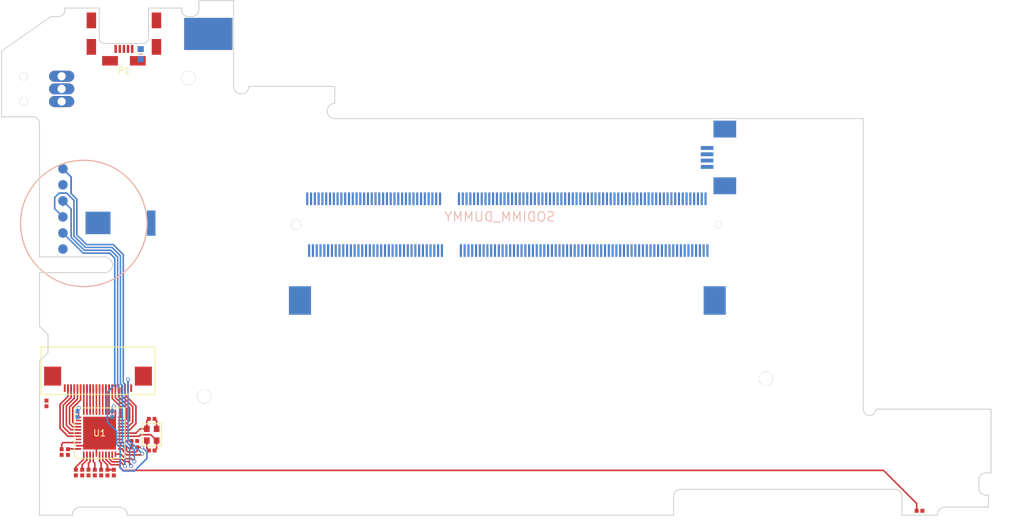
<source format=kicad_pcb>
(kicad_pcb (version 4) (host pcbnew 4.0.1-3.201512221402+6198~38~ubuntu14.04.1-stable)
  (layers (0 F.Cu signal) (31 B.Cu signal) (34 B.Paste user) (35 F.Paste user) (36 B.SilkS user) (37 F.SilkS user) (38 B.Mask user) (39 F.Mask user) (44 Edge.Cuts user))
  (net 0 "")
  (net 1 +5V)
  (net 2 GND)
  (net 3 "Net-(C8-Pad1)")
  (net 4 "Net-(C9-Pad1)")
  (net 5 "/Keyboard Controller/VARef")
  (net 6 "/Keyboard Controller/VUCap")
  (net 7 +5VD)
  (net 8 "/Keyboard Controller/MISO")
  (net 9 "/Keyboard Controller/SCK")
  (net 10 "/Keyboard Controller/MOSI")
  (net 11 "/Keyboard Controller/RESET")
  (net 12 "/Keyboard Controller/COL_9")
  (net 13 "/Keyboard Controller/COL_12")
  (net 14 "/Keyboard Controller/COL_11")
  (net 15 "/Keyboard Controller/COL_10")
  (net 16 "/Keyboard Controller/COL_8")
  (net 17 "/Keyboard Controller/COL_7")
  (net 18 "/Keyboard Controller/COL_3")
  (net 19 "/Keyboard Controller/COL_4")
  (net 20 "/Keyboard Controller/COL_5")
  (net 21 "/Keyboard Controller/COL_6")
  (net 22 "/Keyboard Controller/COL_2")
  (net 23 "/Keyboard Controller/ROW_03")
  (net 24 "/Keyboard Controller/ROW_04")
  (net 25 "/Keyboard Controller/ROW_05")
  (net 26 "/Keyboard Controller/COL_1")
  (net 27 "/Keyboard Controller/ROW_02")
  (net 28 "/Keyboard Controller/ROW_06")
  (net 29 "/Keyboard Controller/ROW_07")
  (net 30 "/Keyboard Controller/ROW_08")
  (net 31 "/Keyboard Controller/ROW_01")
  (net 32 "Net-(R1-Pad2)")
  (net 33 "Net-(R2-Pad1)")
  (net 34 "/Keyboard Controller/D_N")
  (net 35 "/Keyboard Controller/D_P")
  (net 36 "/Keyboard Controller/LED2")
  (net 37 "/Keyboard Controller/LED1")
  (net 38 "/Keyboard Controller/LED3")
  (module Outlines:PSION-5MX-ORIGINAL-OUTLINE (layer F.Cu) (at 83 139)
    (fp_text reference PCB1 hide)
    (fp_text value PCB_OUTLINE hide)
  )
  (module SMD-QFN:VQFN-44_ATMEL (layer F.Cu) (at 98.5 126)
    (fp_text reference U1 (at 0 0) (layer F.SilkS))
    (fp_text value ATMEGA32U4-QFN44)
    (pad 1 smd rect (at -2.5 3.325) (size 0.25 0.85) (layers F.Cu F.Paste F.Mask) (net 36 "/Keyboard Controller/LED2"))
    (pad 2 smd rect (at -2 3.325) (size 0.25 0.85) (layers F.Cu F.Paste F.Mask) (net 1 +5V))
    (pad 3 smd rect (at -1.5 3.325) (size 0.25 0.85) (layers F.Cu F.Paste F.Mask) (net 32 "Net-(R1-Pad2)"))
    (pad 4 smd rect (at -1 3.325) (size 0.25 0.85) (layers F.Cu F.Paste F.Mask) (net 33 "Net-(R2-Pad1)"))
    (pad 5 smd rect (at -0.5 3.325) (size 0.25 0.85) (layers F.Cu F.Paste F.Mask) (net 2 GND))
    (pad 6 smd rect (at 0 3.325) (size 0.25 0.85) (layers F.Cu F.Paste F.Mask) (net 6 "/Keyboard Controller/VUCap"))
    (pad 7 smd rect (at 0.5 3.325) (size 0.25 0.85) (layers F.Cu F.Paste F.Mask) (net 1 +5V))
    (pad 8 smd rect (at 1 3.325) (size 0.25 0.85) (layers F.Cu F.Paste F.Mask) (net 37 "/Keyboard Controller/LED1"))
    (pad 9 smd rect (at 1.5 3.325) (size 0.25 0.85) (layers F.Cu F.Paste F.Mask) (net 9 "/Keyboard Controller/SCK"))
    (pad 10 smd rect (at 2 3.325) (size 0.25 0.85) (layers F.Cu F.Paste F.Mask) (net 10 "/Keyboard Controller/MOSI"))
    (pad 11 smd rect (at 2.5 3.325) (size 0.25 0.85) (layers F.Cu F.Paste F.Mask) (net 8 "/Keyboard Controller/MISO"))
    (pad 12 smd rect (at 3.325 2.5 90) (size 0.25 0.85) (layers F.Cu F.Paste F.Mask) (net 12 "/Keyboard Controller/COL_9"))
    (pad 13 smd rect (at 3.325 2 90) (size 0.25 0.85) (layers F.Cu F.Paste F.Mask) (net 11 "/Keyboard Controller/RESET"))
    (pad 14 smd rect (at 3.325 1.5 90) (size 0.25 0.85) (layers F.Cu F.Paste F.Mask) (net 1 +5V))
    (pad 15 smd rect (at 3.325 1 90) (size 0.25 0.85) (layers F.Cu F.Paste F.Mask) (net 2 GND))
    (pad 16 smd rect (at 3.325 0.5 90) (size 0.25 0.85) (layers F.Cu F.Paste F.Mask) (net 3 "Net-(C8-Pad1)"))
    (pad 17 smd rect (at 3.325 0 90) (size 0.25 0.85) (layers F.Cu F.Paste F.Mask) (net 4 "Net-(C9-Pad1)"))
    (pad 18 smd rect (at 3.325 -0.5 90) (size 0.25 0.85) (layers F.Cu F.Paste F.Mask) (net 13 "/Keyboard Controller/COL_12"))
    (pad 19 smd rect (at 3.325 -1 90) (size 0.25 0.85) (layers F.Cu F.Paste F.Mask) (net 14 "/Keyboard Controller/COL_11"))
    (pad 20 smd rect (at 3.325 -1.5 90) (size 0.25 0.85) (layers F.Cu F.Paste F.Mask) (net 15 "/Keyboard Controller/COL_10"))
    (pad 21 smd rect (at 3.325 -2 90) (size 0.25 0.85) (layers F.Cu F.Paste F.Mask) (net 16 "/Keyboard Controller/COL_8"))
    (pad 22 smd rect (at 3.325 -2.5 90) (size 0.25 0.85) (layers F.Cu F.Paste F.Mask) (net 17 "/Keyboard Controller/COL_7"))
    (pad 23 smd rect (at 2.5 -3.325 180) (size 0.25 0.85) (layers F.Cu F.Paste F.Mask) (net 2 GND))
    (pad 24 smd rect (at 2 -3.325 180) (size 0.25 0.85) (layers F.Cu F.Paste F.Mask) (net 1 +5V))
    (pad 25 smd rect (at 1.5 -3.325 180) (size 0.25 0.85) (layers F.Cu F.Paste F.Mask) (net 18 "/Keyboard Controller/COL_3"))
    (pad 26 smd rect (at 1 -3.325 180) (size 0.25 0.85) (layers F.Cu F.Paste F.Mask) (net 19 "/Keyboard Controller/COL_4"))
    (pad 27 smd rect (at 0.5 -3.325 180) (size 0.25 0.85) (layers F.Cu F.Paste F.Mask) (net 20 "/Keyboard Controller/COL_5"))
    (pad 28 smd rect (at 0 -3.325 180) (size 0.25 0.85) (layers F.Cu F.Paste F.Mask) (net 21 "/Keyboard Controller/COL_6"))
    (pad 29 smd rect (at -0.5 -3.325 180) (size 0.25 0.85) (layers F.Cu F.Paste F.Mask) (net 22 "/Keyboard Controller/COL_2"))
    (pad 30 smd rect (at -1 -3.325 180) (size 0.25 0.85) (layers F.Cu F.Paste F.Mask) (net 23 "/Keyboard Controller/ROW_03"))
    (pad 31 smd rect (at -1.5 -3.325 180) (size 0.25 0.85) (layers F.Cu F.Paste F.Mask) (net 24 "/Keyboard Controller/ROW_04"))
    (pad 32 smd rect (at -2 -3.325 180) (size 0.25 0.85) (layers F.Cu F.Paste F.Mask) (net 25 "/Keyboard Controller/ROW_05"))
    (pad 33 smd rect (at -2.5 -3.325 180) (size 0.25 0.85) (layers F.Cu F.Paste F.Mask) (net 26 "/Keyboard Controller/COL_1"))
    (pad 34 smd rect (at -3.325 -2.5 270) (size 0.25 0.85) (layers F.Cu F.Paste F.Mask) (net 1 +5V))
    (pad 35 smd rect (at -3.325 -2 270) (size 0.25 0.85) (layers F.Cu F.Paste F.Mask) (net 2 GND))
    (pad 36 smd rect (at -3.325 -1.5 270) (size 0.25 0.85) (layers F.Cu F.Paste F.Mask) (net 27 "/Keyboard Controller/ROW_02"))
    (pad 37 smd rect (at -3.325 -1 270) (size 0.25 0.85) (layers F.Cu F.Paste F.Mask) (net 28 "/Keyboard Controller/ROW_06"))
    (pad 38 smd rect (at -3.325 -0.5 270) (size 0.25 0.85) (layers F.Cu F.Paste F.Mask) (net 29 "/Keyboard Controller/ROW_07"))
    (pad 39 smd rect (at -3.325 0 270) (size 0.25 0.85) (layers F.Cu F.Paste F.Mask) (net 30 "/Keyboard Controller/ROW_08"))
    (pad 40 smd rect (at -3.325 0.5 270) (size 0.25 0.85) (layers F.Cu F.Paste F.Mask) (net 31 "/Keyboard Controller/ROW_01"))
    (pad 41 smd rect (at -3.325 1 270) (size 0.25 0.85) (layers F.Cu F.Paste F.Mask) (net 38 "/Keyboard Controller/LED3"))
    (pad 42 smd rect (at -3.325 1.5 270) (size 0.25 0.85) (layers F.Cu F.Paste F.Mask) (net 5 "/Keyboard Controller/VARef"))
    (pad 43 smd rect (at -3.325 2 270) (size 0.25 0.85) (layers F.Cu F.Paste F.Mask) (net 2 GND))
    (pad 44 smd rect (at -3.325 2.5 270) (size 0.25 0.85) (layers F.Cu F.Paste F.Mask) (net 1 +5V))
    (pad 45 smd rect (at 0 0) (size 5.2 5.2) (layers F.Cu F.Paste F.Mask) (net 2 GND))
  )
  (module SMD-Connectors:FPC_0mm5_22p-WURTH-68712214522 (layer F.Cu) (at 98.25 118.875 180)
    (fp_text reference KB1 hide)
    (fp_text value KEYBOARD-PSION-5MX)
    (pad "" smd rect (at 7.18 1.9 270) (size 3 2.7) (layers F.Cu F.Paste F.Mask))
    (pad 1 smd rect (at -5.25 0 180) (size 0.3 1.2) (layers F.Cu F.Paste F.Mask))
    (pad 2 smd rect (at -4.75 0 180) (size 0.3 1.2) (layers F.Cu F.Paste F.Mask) (net 12 "/Keyboard Controller/COL_9"))
    (pad 3 smd rect (at -4.25 0 180) (size 0.3 1.2) (layers F.Cu F.Paste F.Mask) (net 13 "/Keyboard Controller/COL_12"))
    (pad 4 smd rect (at -3.75 0 180) (size 0.3 1.2) (layers F.Cu F.Paste F.Mask) (net 14 "/Keyboard Controller/COL_11"))
    (pad 5 smd rect (at -3.25 0 180) (size 0.3 1.2) (layers F.Cu F.Paste F.Mask) (net 15 "/Keyboard Controller/COL_10"))
    (pad 6 smd rect (at -2.75 0 180) (size 0.3 1.2) (layers F.Cu F.Paste F.Mask) (net 16 "/Keyboard Controller/COL_8"))
    (pad 7 smd rect (at -2.25 0 180) (size 0.3 1.2) (layers F.Cu F.Paste F.Mask) (net 17 "/Keyboard Controller/COL_7"))
    (pad 8 smd rect (at -1.75 0 180) (size 0.3 1.2) (layers F.Cu F.Paste F.Mask) (net 18 "/Keyboard Controller/COL_3"))
    (pad 9 smd rect (at -1.25 0 180) (size 0.3 1.2) (layers F.Cu F.Paste F.Mask) (net 19 "/Keyboard Controller/COL_4"))
    (pad 10 smd rect (at -0.75 0 180) (size 0.3 1.2) (layers F.Cu F.Paste F.Mask) (net 20 "/Keyboard Controller/COL_5"))
    (pad 11 smd rect (at -0.25 0 180) (size 0.3 1.2) (layers F.Cu F.Paste F.Mask) (net 21 "/Keyboard Controller/COL_6"))
    (pad 12 smd rect (at 0.25 0 180) (size 0.3 1.2) (layers F.Cu F.Paste F.Mask) (net 22 "/Keyboard Controller/COL_2"))
    (pad 13 smd rect (at 0.75 0 180) (size 0.3 1.2) (layers F.Cu F.Paste F.Mask) (net 23 "/Keyboard Controller/ROW_03"))
    (pad 14 smd rect (at 1.25 0 180) (size 0.3 1.2) (layers F.Cu F.Paste F.Mask) (net 24 "/Keyboard Controller/ROW_04"))
    (pad 15 smd rect (at 1.75 0 180) (size 0.3 1.2) (layers F.Cu F.Paste F.Mask) (net 25 "/Keyboard Controller/ROW_05"))
    (pad 16 smd rect (at 2.25 0 180) (size 0.3 1.2) (layers F.Cu F.Paste F.Mask) (net 26 "/Keyboard Controller/COL_1"))
    (pad 17 smd rect (at 2.75 0 180) (size 0.3 1.2) (layers F.Cu F.Paste F.Mask) (net 27 "/Keyboard Controller/ROW_02"))
    (pad 18 smd rect (at 3.25 0 180) (size 0.3 1.2) (layers F.Cu F.Paste F.Mask) (net 28 "/Keyboard Controller/ROW_06"))
    (pad 19 smd rect (at 3.75 0 180) (size 0.3 1.2) (layers F.Cu F.Paste F.Mask) (net 29 "/Keyboard Controller/ROW_07"))
    (pad 20 smd rect (at 4.25 0 180) (size 0.3 1.2) (layers F.Cu F.Paste F.Mask) (net 30 "/Keyboard Controller/ROW_08"))
    (pad 21 smd rect (at 4.75 0 180) (size 0.3 1.2) (layers F.Cu F.Paste F.Mask) (net 31 "/Keyboard Controller/ROW_01"))
    (pad 22 smd rect (at 5.25 0 180) (size 0.3 1.2) (layers F.Cu F.Paste F.Mask))
    (pad "" smd rect (at -7.18 1.9 270) (size 3 2.7) (layers F.Cu F.Paste F.Mask))
  )
  (module SMD-Connectors:ISP-PADS_1x6_2mm54 (layer B.Cu) (at 92.7 90.5 270)
    (fp_text reference ISP1 hide)
    (fp_text value ATMEL_ISP-6P)
    (pad 1 smd circle (at -6.35 0 270) (size 1.524 1.524) (layers B.Cu B.Mask) (net 8 "/Keyboard Controller/MISO"))
    (pad 2 smd circle (at -3.81 0 270) (size 1.524 1.524) (layers B.Cu B.Mask) (net 1 +5V))
    (pad 3 smd circle (at -1.27 0 270) (size 1.524 1.524) (layers B.Cu B.Mask) (net 9 "/Keyboard Controller/SCK"))
    (pad 4 smd circle (at 1.27 0 270) (size 1.524 1.524) (layers B.Cu B.Mask) (net 10 "/Keyboard Controller/MOSI"))
    (pad 5 smd circle (at 3.81 0 270) (size 1.524 1.524) (layers B.Cu B.Mask) (net 11 "/Keyboard Controller/RESET"))
    (pad 6 smd circle (at 6.35 0 270) (size 1.524 1.524) (layers B.Cu B.Mask) (net 2 GND))
  )
  (module Holes:HOLE-2mm2-NPTH (layer F.Cu) (at 203.9 117.4)
    (fp_text reference HOLE1 hide)
    (fp_text value MOUNTHOLE hide)
    (pad "" thru_hole circle (at 0 0) (size 2.2 2.2) (drill 2.2) (layers *.Cu *.Mask Dwgs.User))
  )
  (module Holes:HOLE-2mm2-NPTH (layer F.Cu) (at 115.05 120.2)
    (fp_text reference HOLE2 hide)
    (fp_text value MOUNTHOLE hide)
    (pad "" thru_hole circle (at 0 0) (size 2.2 2.2) (drill 2.2) (layers *.Cu *.Mask Dwgs.User))
  )
  (module Holes:HOLE-2mm2-NPTH (layer F.Cu) (at 112.55 69.75)
    (fp_text reference HOLE3 hide)
    (fp_text value MOUNTHOLE hide)
    (pad "" thru_hole circle (at 0 0) (size 2.2 2.2) (drill 2.2) (layers *.Cu *.Mask Dwgs.User))
  )
  (module SMD-DiscreteB:C-0402-1005 (layer F.Cu) (at 100.75 132.25 270)
    (fp_text reference C1 hide)
    (fp_text value 1µ)
    (pad 1 smd rect (at -0.45 0 270) (size 0.62 0.62) (layers F.Cu F.Paste F.Mask) (net 1 +5V))
    (pad 2 smd rect (at 0.45 0 270) (size 0.62 0.62) (layers F.Cu F.Paste F.Mask) (net 2 GND))
  )
  (module SMD-DiscreteB:C-0402-1005 (layer B.Cu) (at 100.5 123 270)
    (fp_text reference C2 hide)
    (fp_text value 100n)
    (pad 1 smd rect (at -0.45 0 270) (size 0.62 0.62) (layers B.Cu B.Paste B.Mask) (net 1 +5V))
    (pad 2 smd rect (at 0.45 0 270) (size 0.62 0.62) (layers B.Cu B.Paste B.Mask) (net 2 GND))
  )
  (module SMD-DiscreteB:C-0402-1005 (layer F.Cu) (at 104 127.25)
    (fp_text reference C3 hide)
    (fp_text value 100n)
    (pad 1 smd rect (at -0.45 0) (size 0.62 0.62) (layers F.Cu F.Paste F.Mask) (net 1 +5V))
    (pad 2 smd rect (at 0.45 0) (size 0.62 0.62) (layers F.Cu F.Paste F.Mask) (net 2 GND))
  )
  (module SMD-DiscreteB:C-0402-1005 (layer F.Cu) (at 99.75 132.25 270)
    (fp_text reference C4 hide)
    (fp_text value 100n)
    (pad 1 smd rect (at -0.45 0 270) (size 0.62 0.62) (layers F.Cu F.Paste F.Mask) (net 1 +5V))
    (pad 2 smd rect (at 0.45 0 270) (size 0.62 0.62) (layers F.Cu F.Paste F.Mask) (net 2 GND))
  )
  (module SMD-DiscreteB:C-0402-1005 (layer F.Cu) (at 95.75 132.25 270)
    (fp_text reference C5 hide)
    (fp_text value 100n)
    (pad 1 smd rect (at -0.45 0 270) (size 0.62 0.62) (layers F.Cu F.Paste F.Mask) (net 1 +5V))
    (pad 2 smd rect (at 0.45 0 270) (size 0.62 0.62) (layers F.Cu F.Paste F.Mask) (net 2 GND))
  )
  (module SMD-DiscreteB:C-0402-1005 (layer F.Cu) (at 93.5 129 270)
    (fp_text reference C6 hide)
    (fp_text value 100n)
    (pad 1 smd rect (at -0.45 0 270) (size 0.62 0.62) (layers F.Cu F.Paste F.Mask) (net 1 +5V))
    (pad 2 smd rect (at 0.45 0 270) (size 0.62 0.62) (layers F.Cu F.Paste F.Mask) (net 2 GND))
  )
  (module SMD-DiscreteB:C-0402-1005 (layer B.Cu) (at 95 123 270)
    (fp_text reference C7 hide)
    (fp_text value 100n)
    (pad 1 smd rect (at -0.45 0 270) (size 0.62 0.62) (layers B.Cu B.Paste B.Mask) (net 1 +5V))
    (pad 2 smd rect (at 0.45 0 270) (size 0.62 0.62) (layers B.Cu B.Paste B.Mask) (net 2 GND))
  )
  (module SMD-DiscreteB:C-0402-1005 (layer F.Cu) (at 106.75 128.75 180)
    (fp_text reference C8 hide)
    (fp_text value 10p)
    (pad 1 smd rect (at -0.45 0 180) (size 0.62 0.62) (layers F.Cu F.Paste F.Mask) (net 3 "Net-(C8-Pad1)"))
    (pad 2 smd rect (at 0.45 0 180) (size 0.62 0.62) (layers F.Cu F.Paste F.Mask) (net 2 GND))
  )
  (module SMD-DiscreteB:C-0402-1005 (layer F.Cu) (at 106.75 123.75)
    (fp_text reference C9 hide)
    (fp_text value 10p)
    (pad 1 smd rect (at -0.45 0) (size 0.62 0.62) (layers F.Cu F.Paste F.Mask) (net 4 "Net-(C9-Pad1)"))
    (pad 2 smd rect (at 0.45 0) (size 0.62 0.62) (layers F.Cu F.Paste F.Mask) (net 2 GND))
  )
  (module SMD-DiscreteB:C-0402-1005 (layer F.Cu) (at 92.5 129 270)
    (fp_text reference C10 hide)
    (fp_text value 100n)
    (pad 1 smd rect (at -0.45 0 270) (size 0.62 0.62) (layers F.Cu F.Paste F.Mask) (net 5 "/Keyboard Controller/VARef"))
    (pad 2 smd rect (at 0.45 0 270) (size 0.62 0.62) (layers F.Cu F.Paste F.Mask) (net 2 GND))
  )
  (module SMD-DiscreteB:C-0402-1005 (layer F.Cu) (at 98.75 132.25 270)
    (fp_text reference C11 hide)
    (fp_text value 1µ)
    (pad 1 smd rect (at -0.45 0 270) (size 0.62 0.62) (layers F.Cu F.Paste F.Mask) (net 6 "/Keyboard Controller/VUCap"))
    (pad 2 smd rect (at 0.45 0 270) (size 0.62 0.62) (layers F.Cu F.Paste F.Mask) (net 2 GND))
  )
  (module SMD-DiscreteB:0603-1608 (layer B.Cu) (at 105 66 270)
    (fp_text reference F1 hide)
    (fp_text value 500mA)
    (pad 1 smd rect (at -0.8 0 270) (size 0.95 1) (layers B.Cu B.Paste B.Mask) (net 7 +5VD))
    (pad 2 smd rect (at 0.8 0 270) (size 0.95 1) (layers B.Cu B.Paste B.Mask) (net 1 +5V))
  )
  (module SMD-DiscreteB:R-0402-1005 (layer F.Cu) (at 96.75 132.25 90)
    (fp_text reference R1 hide)
    (fp_text value 22)
    (pad 1 smd rect (at -0.45 0 90) (size 0.62 0.62) (layers F.Cu F.Paste F.Mask) (net 34 "/Keyboard Controller/D_N"))
    (pad 2 smd rect (at 0.45 0 90) (size 0.62 0.62) (layers F.Cu F.Paste F.Mask) (net 32 "Net-(R1-Pad2)"))
  )
  (module SMD-DiscreteB:R-0402-1005 (layer F.Cu) (at 97.75 132.25 270)
    (fp_text reference R2 hide)
    (fp_text value 22)
    (pad 1 smd rect (at -0.45 0 270) (size 0.62 0.62) (layers F.Cu F.Paste F.Mask) (net 33 "Net-(R2-Pad1)"))
    (pad 2 smd rect (at 0.45 0 270) (size 0.62 0.62) (layers F.Cu F.Paste F.Mask) (net 35 "/Keyboard Controller/D_P"))
  )
  (module SMD-DiscreteB:R-0402-1005 (layer F.Cu) (at 104 128.25)
    (fp_text reference R3 hide)
    (fp_text value 10k)
    (pad 1 smd rect (at -0.45 0) (size 0.62 0.62) (layers F.Cu F.Paste F.Mask) (net 1 +5V))
    (pad 2 smd rect (at 0.45 0) (size 0.62 0.62) (layers F.Cu F.Paste F.Mask) (net 11 "/Keyboard Controller/RESET"))
  )
  (module SMD-XTAL:2.5x2mm (layer F.Cu) (at 106.75 126.25 90)
    (fp_text reference X1 hide)
    (fp_text value ABM10-16.000MHZ-D30-T3 hide)
    (pad 1 smd rect (at -0.925 0.775 90) (size 1 0.9) (layers F.Cu F.Paste F.Mask) (net 3 "Net-(C8-Pad1)"))
    (pad 2 smd rect (at 0.925 0.775 90) (size 1 0.9) (layers F.Cu F.Paste F.Mask) (net 2 GND))
    (pad 3 smd rect (at 0.925 -0.775 90) (size 1 0.9) (layers F.Cu F.Paste F.Mask) (net 4 "Net-(C9-Pad1)"))
    (pad 4 smd rect (at -0.925 -0.775 90) (size 1 0.9) (layers F.Cu F.Paste F.Mask) (net 2 GND))
  )
  (module SMD-Connectors:USB-MICRO-MOLEX-47491-0001 (layer F.Cu) (at 102.35 58.7 180)
    (fp_text reference P1 (at 0 -9.9 180) (layer F.SilkS))
    (fp_text value USB)
    (pad "" smd rect (at 5.15 -1.95 90) (size 2.5 1.5) (layers F.Cu F.Paste F.Mask))
    (pad "" smd rect (at 5.15 -6.15 90) (size 2.5 1.5) (layers F.Cu F.Paste F.Mask))
    (pad 6 smd rect (at 2.2 -8.35 270) (size 1.5 2.5) (layers F.Cu F.Paste F.Mask) (net 2 GND))
    (pad "" smd rect (at -2.2 -8.35 270) (size 1.5 2.5) (layers F.Cu F.Paste F.Mask))
    (pad "" smd rect (at -5.15 -6.15 90) (size 2.5 1.5) (layers F.Cu F.Paste F.Mask))
    (pad 1 smd rect (at -1.3 -6.475 180) (size 0.4 1.25) (layers F.Cu F.Paste F.Mask) (net 7 +5VD))
    (pad 2 smd rect (at -0.65 -6.475 180) (size 0.4 1.25) (layers F.Cu F.Paste F.Mask) (net 34 "/Keyboard Controller/D_N"))
    (pad 3 smd rect (at 0 -6.475 180) (size 0.4 1.25) (layers F.Cu F.Paste F.Mask) (net 35 "/Keyboard Controller/D_P"))
    (pad 4 smd rect (at 0.65 -6.475 180) (size 0.4 1.25) (layers F.Cu F.Paste F.Mask))
    (pad 5 smd rect (at 1.3 -6.475 180) (size 0.4 1.25) (layers F.Cu F.Paste F.Mask) (net 2 GND))
    (pad "" smd rect (at -5.15 -1.95 90) (size 2.5 1.5) (layers F.Cu F.Paste F.Mask))
  )
  (module Connectors:DC-JACK_WURTH-694103304002 (layer B.Cu) (at 92.5 71.5)
    (fp_text reference CON1 hide)
    (fp_text value WURTH_694103304002)
    (pad "" thru_hole circle (at -6 -2) (size 1.3 1.3) (drill 1.3) (layers *.Cu *.Mask))
    (pad 1 thru_hole oval (at 0 0) (size 4 1.75) (drill 1.3) (layers *.Cu F.Mask))
    (pad 2 thru_hole oval (at 0 2) (size 4 1.75) (drill 1.3) (layers *.Cu F.Mask))
    (pad 3 thru_hole oval (at 0 -2) (size 4 1.75) (drill 1.3) (layers *.Cu F.Mask))
    (pad "" thru_hole circle (at -6 2) (size 1.3 1.3) (drill 1.3) (layers *.Cu *.Mask))
  )
  (module SMD-DiscreteB:LED-0402-1005 (layer F.Cu) (at 94.75 132.25 270)
    (fp_text reference D1 hide)
    (fp_text value LED)
    (pad 1 smd rect (at -0.45 0 270) (size 0.62 0.62) (layers F.Cu F.Paste F.Mask) (net 36 "/Keyboard Controller/LED2"))
    (pad 2 smd rect (at 0.45 0 270) (size 0.62 0.62) (layers F.Cu F.Paste F.Mask))
  )
  (module SMD-DiscreteB:LED-0402-1005 (layer F.Cu) (at 228.2 138.3)
    (fp_text reference D2 hide)
    (fp_text value LED)
    (pad 1 smd rect (at -0.45 0) (size 0.62 0.62) (layers F.Cu F.Paste F.Mask) (net 37 "/Keyboard Controller/LED1"))
    (pad 2 smd rect (at 0.45 0) (size 0.62 0.62) (layers F.Cu F.Paste F.Mask))
  )
  (module SMD-DiscreteB:LED-0402-1005 (layer F.Cu) (at 90.1 121.3 90)
    (fp_text reference D3 hide)
    (fp_text value LED)
    (pad 1 smd rect (at -0.45 0 90) (size 0.62 0.62) (layers F.Cu F.Paste F.Mask) (net 38 "/Keyboard Controller/LED3"))
    (pad 2 smd rect (at 0.45 0 90) (size 0.62 0.62) (layers F.Cu F.Paste F.Mask))
  )
  (module SMD-Connectors:COIN_CELL_POSITIVE-KEYSTONE_120 (layer B.Cu) (at 106 92.75 180)
    (fp_text reference P2 hide)
    (fp_text value KEYSTONE_120 hide)
    (pad 1 smd rect (at -0.675 0 180) (size 1.35 4) (layers B.Cu B.Paste B.Mask))
  )
  (module SMD-Connectors:COIN_CELL_NEGATIVE-KEYSTONE_112 (layer B.Cu) (at 98.25 94.5 90)
    (fp_text reference P3 hide)
    (fp_text value KEYSTONE_112 hide)
    (pad 1 smd rect (at 1.78 0 90) (size 3.56 3.96) (layers B.Cu B.Paste B.Mask) (net 2 GND))
  )
  (module SMD-Connectors:AAA_CELL_CONTACT-KEYSTONE_5230-DUAL (layer F.Cu) (at 115.7 62.8 180)
    (fp_text reference P4 hide)
    (fp_text value KEYSTONE_5230 hide)
    (pad 1 smd rect (at 0 0 180) (size 7.62 5.08) (layers F.Cu F.Paste F.Mask) (net 2 GND))
    (pad 1 smd rect (at 0 0 180) (size 7.62 5.08) (layers B.Cu B.Paste B.Mask) (net 2 GND))
  )
  (module SMD-Connectors:FPC_1mm_4p-TE-84953-4 (layer B.Cu) (at 194.6 82.35 270)
    (fp_text reference P5 hide)
    (fp_text value BATT_SPK hide)
    (pad "" smd rect (at 4.49 -2.8 270) (size 2.68 3.6) (layers B.Cu B.Paste B.Mask))
    (pad 1 smd rect (at -1.5 0 270) (size 0.61 2) (layers B.Cu B.Paste B.Mask))
    (pad 2 smd rect (at -0.5 0 270) (size 0.61 2) (layers B.Cu B.Paste B.Mask))
    (pad 3 smd rect (at 0.5 0 270) (size 0.61 2) (layers B.Cu B.Paste B.Mask))
    (pad 4 smd rect (at 1.5 0 270) (size 0.61 2) (layers B.Cu B.Paste B.Mask))
    (pad "" smd rect (at -4.49 -2.8 270) (size 2.68 3.6) (layers B.Cu B.Paste B.Mask))
  )
  (module SMD-Connectors:SO-DIMM_TE_2013022-1 (layer B.Cu) (at 163 93)
    (fp_text reference K1)
    (fp_text value SODIMM_DUMMY (at -1.2 -1.25) (layer B.SilkS) (effects (font (size 1.5 1.5)) (justify mirror)))
    (pad "" smd rect (at 32.8 12 270) (size 4.5 3.5) (layers B.Cu B.Paste B.Mask))
    (pad "" thru_hole circle (at 33.4 0) (size 1.1 1.1) (drill 1.1) (layers *.Cu))
    (pad 1 smd rect (at -31.65 -4.1) (size 0.35 2) (layers B.Cu B.Paste B.Mask))
    (pad 2 smd rect (at -31.35 4.1) (size 0.35 2) (layers B.Cu B.Paste B.Mask))
    (pad 3 smd rect (at -31.05 -4.1) (size 0.35 2) (layers B.Cu B.Paste B.Mask))
    (pad 4 smd rect (at -30.75 4.1) (size 0.35 2) (layers B.Cu B.Paste B.Mask))
    (pad 5 smd rect (at -30.45 -4.1) (size 0.35 2) (layers B.Cu B.Paste B.Mask))
    (pad 6 smd rect (at -30.15 4.1) (size 0.35 2) (layers B.Cu B.Paste B.Mask))
    (pad 7 smd rect (at -29.85 -4.1) (size 0.35 2) (layers B.Cu B.Paste B.Mask))
    (pad 8 smd rect (at -29.55 4.1) (size 0.35 2) (layers B.Cu B.Paste B.Mask))
    (pad 9 smd rect (at -29.25 -4.1) (size 0.35 2) (layers B.Cu B.Paste B.Mask))
    (pad 10 smd rect (at -28.95 4.1) (size 0.35 2) (layers B.Cu B.Paste B.Mask))
    (pad 11 smd rect (at -28.65 -4.1) (size 0.35 2) (layers B.Cu B.Paste B.Mask))
    (pad 12 smd rect (at -28.35 4.1) (size 0.35 2) (layers B.Cu B.Paste B.Mask))
    (pad 13 smd rect (at -28.05 -4.1) (size 0.35 2) (layers B.Cu B.Paste B.Mask))
    (pad 14 smd rect (at -27.75 4.1) (size 0.35 2) (layers B.Cu B.Paste B.Mask))
    (pad 15 smd rect (at -27.45 -4.1) (size 0.35 2) (layers B.Cu B.Paste B.Mask))
    (pad 16 smd rect (at -27.15 4.1) (size 0.35 2) (layers B.Cu B.Paste B.Mask))
    (pad 17 smd rect (at -26.85 -4.1) (size 0.35 2) (layers B.Cu B.Paste B.Mask))
    (pad 18 smd rect (at -26.55 4.1) (size 0.35 2) (layers B.Cu B.Paste B.Mask))
    (pad 19 smd rect (at -26.25 -4.1) (size 0.35 2) (layers B.Cu B.Paste B.Mask))
    (pad 20 smd rect (at -25.95 4.1) (size 0.35 2) (layers B.Cu B.Paste B.Mask))
    (pad 21 smd rect (at -25.65 -4.1) (size 0.35 2) (layers B.Cu B.Paste B.Mask))
    (pad 22 smd rect (at -25.35 4.1) (size 0.35 2) (layers B.Cu B.Paste B.Mask))
    (pad 23 smd rect (at -25.05 -4.1) (size 0.35 2) (layers B.Cu B.Paste B.Mask))
    (pad 24 smd rect (at -24.75 4.1) (size 0.35 2) (layers B.Cu B.Paste B.Mask))
    (pad 25 smd rect (at -24.45 -4.1) (size 0.35 2) (layers B.Cu B.Paste B.Mask))
    (pad 26 smd rect (at -24.15 4.1) (size 0.35 2) (layers B.Cu B.Paste B.Mask))
    (pad 27 smd rect (at -23.85 -4.1) (size 0.35 2) (layers B.Cu B.Paste B.Mask))
    (pad 28 smd rect (at -23.55 4.1) (size 0.35 2) (layers B.Cu B.Paste B.Mask))
    (pad 29 smd rect (at -23.25 -4.1) (size 0.35 2) (layers B.Cu B.Paste B.Mask))
    (pad 30 smd rect (at -22.95 4.1) (size 0.35 2) (layers B.Cu B.Paste B.Mask))
    (pad 31 smd rect (at -22.65 -4.1) (size 0.35 2) (layers B.Cu B.Paste B.Mask))
    (pad 32 smd rect (at -22.35 4.1) (size 0.35 2) (layers B.Cu B.Paste B.Mask))
    (pad 33 smd rect (at -22.05 -4.1) (size 0.35 2) (layers B.Cu B.Paste B.Mask))
    (pad 34 smd rect (at -21.75 4.1) (size 0.35 2) (layers B.Cu B.Paste B.Mask))
    (pad 35 smd rect (at -21.45 -4.1) (size 0.35 2) (layers B.Cu B.Paste B.Mask))
    (pad 36 smd rect (at -21.15 4.1) (size 0.35 2) (layers B.Cu B.Paste B.Mask))
    (pad 37 smd rect (at -20.85 -4.1) (size 0.35 2) (layers B.Cu B.Paste B.Mask))
    (pad 38 smd rect (at -20.55 4.1) (size 0.35 2) (layers B.Cu B.Paste B.Mask))
    (pad 39 smd rect (at -20.25 -4.1) (size 0.35 2) (layers B.Cu B.Paste B.Mask))
    (pad 40 smd rect (at -19.95 4.1) (size 0.35 2) (layers B.Cu B.Paste B.Mask))
    (pad 41 smd rect (at -19.65 -4.1) (size 0.35 2) (layers B.Cu B.Paste B.Mask))
    (pad 42 smd rect (at -19.35 4.1) (size 0.35 2) (layers B.Cu B.Paste B.Mask))
    (pad 43 smd rect (at -19.05 -4.1) (size 0.35 2) (layers B.Cu B.Paste B.Mask))
    (pad 44 smd rect (at -18.75 4.1) (size 0.35 2) (layers B.Cu B.Paste B.Mask))
    (pad 45 smd rect (at -18.45 -4.1) (size 0.35 2) (layers B.Cu B.Paste B.Mask))
    (pad 46 smd rect (at -18.15 4.1) (size 0.35 2) (layers B.Cu B.Paste B.Mask))
    (pad 47 smd rect (at -17.85 -4.1) (size 0.35 2) (layers B.Cu B.Paste B.Mask))
    (pad 48 smd rect (at -17.55 4.1) (size 0.35 2) (layers B.Cu B.Paste B.Mask))
    (pad 49 smd rect (at -17.25 -4.1) (size 0.35 2) (layers B.Cu B.Paste B.Mask))
    (pad 50 smd rect (at -16.95 4.1) (size 0.35 2) (layers B.Cu B.Paste B.Mask))
    (pad 51 smd rect (at -16.65 -4.1) (size 0.35 2) (layers B.Cu B.Paste B.Mask))
    (pad 52 smd rect (at -16.35 4.1) (size 0.35 2) (layers B.Cu B.Paste B.Mask))
    (pad 53 smd rect (at -16.05 -4.1) (size 0.35 2) (layers B.Cu B.Paste B.Mask))
    (pad 54 smd rect (at -15.75 4.1) (size 0.35 2) (layers B.Cu B.Paste B.Mask))
    (pad 55 smd rect (at -15.45 -4.1) (size 0.35 2) (layers B.Cu B.Paste B.Mask))
    (pad 56 smd rect (at -15.15 4.1) (size 0.35 2) (layers B.Cu B.Paste B.Mask))
    (pad 57 smd rect (at -14.85 -4.1) (size 0.35 2) (layers B.Cu B.Paste B.Mask))
    (pad 58 smd rect (at -14.55 4.1) (size 0.35 2) (layers B.Cu B.Paste B.Mask))
    (pad 59 smd rect (at -14.25 -4.1) (size 0.35 2) (layers B.Cu B.Paste B.Mask))
    (pad 60 smd rect (at -13.95 4.1) (size 0.35 2) (layers B.Cu B.Paste B.Mask))
    (pad 61 smd rect (at -13.65 -4.1) (size 0.35 2) (layers B.Cu B.Paste B.Mask))
    (pad 62 smd rect (at -13.35 4.1) (size 0.35 2) (layers B.Cu B.Paste B.Mask))
    (pad 63 smd rect (at -13.05 -4.1) (size 0.35 2) (layers B.Cu B.Paste B.Mask))
    (pad 64 smd rect (at -12.75 4.1) (size 0.35 2) (layers B.Cu B.Paste B.Mask))
    (pad 65 smd rect (at -12.45 -4.1) (size 0.35 2) (layers B.Cu B.Paste B.Mask))
    (pad 66 smd rect (at -12.15 4.1) (size 0.35 2) (layers B.Cu B.Paste B.Mask))
    (pad 67 smd rect (at -11.85 -4.1) (size 0.35 2) (layers B.Cu B.Paste B.Mask))
    (pad 68 smd rect (at -11.55 4.1) (size 0.35 2) (layers B.Cu B.Paste B.Mask))
    (pad 69 smd rect (at -11.25 -4.1) (size 0.35 2) (layers B.Cu B.Paste B.Mask))
    (pad 70 smd rect (at -10.95 4.1) (size 0.35 2) (layers B.Cu B.Paste B.Mask))
    (pad 71 smd rect (at -10.65 -4.1) (size 0.35 2) (layers B.Cu B.Paste B.Mask))
    (pad 72 smd rect (at -10.35 4.1) (size 0.35 2) (layers B.Cu B.Paste B.Mask))
    (pad 73 smd rect (at -7.65 -4.1) (size 0.35 2) (layers B.Cu B.Paste B.Mask))
    (pad 74 smd rect (at -7.35 4.1) (size 0.35 2) (layers B.Cu B.Paste B.Mask))
    (pad 75 smd rect (at -7.05 -4.1) (size 0.35 2) (layers B.Cu B.Paste B.Mask))
    (pad 76 smd rect (at -6.75 4.1) (size 0.35 2) (layers B.Cu B.Paste B.Mask))
    (pad 77 smd rect (at -6.45 -4.1) (size 0.35 2) (layers B.Cu B.Paste B.Mask))
    (pad 78 smd rect (at -6.15 4.1) (size 0.35 2) (layers B.Cu B.Paste B.Mask))
    (pad 79 smd rect (at -5.85 -4.1) (size 0.35 2) (layers B.Cu B.Paste B.Mask))
    (pad 80 smd rect (at -5.55 4.1) (size 0.35 2) (layers B.Cu B.Paste B.Mask))
    (pad 81 smd rect (at -5.25 -4.1) (size 0.35 2) (layers B.Cu B.Paste B.Mask))
    (pad 82 smd rect (at -4.95 4.1) (size 0.35 2) (layers B.Cu B.Paste B.Mask))
    (pad 83 smd rect (at -4.65 -4.1) (size 0.35 2) (layers B.Cu B.Paste B.Mask))
    (pad 84 smd rect (at -4.35 4.1) (size 0.35 2) (layers B.Cu B.Paste B.Mask))
    (pad 85 smd rect (at -4.05 -4.1) (size 0.35 2) (layers B.Cu B.Paste B.Mask))
    (pad 86 smd rect (at -3.75 4.1) (size 0.35 2) (layers B.Cu B.Paste B.Mask))
    (pad 87 smd rect (at -3.45 -4.1) (size 0.35 2) (layers B.Cu B.Paste B.Mask))
    (pad 88 smd rect (at -3.15 4.1) (size 0.35 2) (layers B.Cu B.Paste B.Mask))
    (pad 89 smd rect (at -2.85 -4.1) (size 0.35 2) (layers B.Cu B.Paste B.Mask))
    (pad 90 smd rect (at -2.55 4.1) (size 0.35 2) (layers B.Cu B.Paste B.Mask))
    (pad 91 smd rect (at -2.25 -4.1) (size 0.35 2) (layers B.Cu B.Paste B.Mask))
    (pad 92 smd rect (at -1.95 4.1) (size 0.35 2) (layers B.Cu B.Paste B.Mask))
    (pad 93 smd rect (at -1.65 -4.1) (size 0.35 2) (layers B.Cu B.Paste B.Mask))
    (pad 94 smd rect (at -1.35 4.1) (size 0.35 2) (layers B.Cu B.Paste B.Mask))
    (pad 95 smd rect (at -1.05 -4.1) (size 0.35 2) (layers B.Cu B.Paste B.Mask))
    (pad 96 smd rect (at -0.75 4.1) (size 0.35 2) (layers B.Cu B.Paste B.Mask))
    (pad 97 smd rect (at -0.45 -4.1) (size 0.35 2) (layers B.Cu B.Paste B.Mask))
    (pad 98 smd rect (at -0.15 4.1) (size 0.35 2) (layers B.Cu B.Paste B.Mask))
    (pad 99 smd rect (at 0.15 -4.1) (size 0.35 2) (layers B.Cu B.Paste B.Mask))
    (pad 100 smd rect (at 0.45 4.1) (size 0.35 2) (layers B.Cu B.Paste B.Mask))
    (pad 101 smd rect (at 0.75 -4.1) (size 0.35 2) (layers B.Cu B.Paste B.Mask))
    (pad 102 smd rect (at 1.05 4.1) (size 0.35 2) (layers B.Cu B.Paste B.Mask))
    (pad 103 smd rect (at 1.35 -4.1) (size 0.35 2) (layers B.Cu B.Paste B.Mask))
    (pad 104 smd rect (at 1.65 4.1) (size 0.35 2) (layers B.Cu B.Paste B.Mask))
    (pad 105 smd rect (at 1.95 -4.1) (size 0.35 2) (layers B.Cu B.Paste B.Mask))
    (pad 106 smd rect (at 2.25 4.1) (size 0.35 2) (layers B.Cu B.Paste B.Mask))
    (pad 107 smd rect (at 2.55 -4.1) (size 0.35 2) (layers B.Cu B.Paste B.Mask))
    (pad 108 smd rect (at 2.85 4.1) (size 0.35 2) (layers B.Cu B.Paste B.Mask))
    (pad 109 smd rect (at 3.15 -4.1) (size 0.35 2) (layers B.Cu B.Paste B.Mask))
    (pad 110 smd rect (at 3.45 4.1) (size 0.35 2) (layers B.Cu B.Paste B.Mask))
    (pad 111 smd rect (at 3.75 -4.1) (size 0.35 2) (layers B.Cu B.Paste B.Mask))
    (pad 112 smd rect (at 4.05 4.1) (size 0.35 2) (layers B.Cu B.Paste B.Mask))
    (pad 113 smd rect (at 4.35 -4.1) (size 0.35 2) (layers B.Cu B.Paste B.Mask))
    (pad 114 smd rect (at 4.65 4.1) (size 0.35 2) (layers B.Cu B.Paste B.Mask))
    (pad 115 smd rect (at 4.95 -4.1) (size 0.35 2) (layers B.Cu B.Paste B.Mask))
    (pad 116 smd rect (at 5.25 4.1) (size 0.35 2) (layers B.Cu B.Paste B.Mask))
    (pad 117 smd rect (at 5.55 -4.1) (size 0.35 2) (layers B.Cu B.Paste B.Mask))
    (pad 118 smd rect (at 5.85 4.1) (size 0.35 2) (layers B.Cu B.Paste B.Mask))
    (pad 119 smd rect (at 6.15 -4.1) (size 0.35 2) (layers B.Cu B.Paste B.Mask))
    (pad 120 smd rect (at 6.45 4.1) (size 0.35 2) (layers B.Cu B.Paste B.Mask))
    (pad 121 smd rect (at 6.75 -4.1) (size 0.35 2) (layers B.Cu B.Paste B.Mask))
    (pad 122 smd rect (at 7.05 4.1) (size 0.35 2) (layers B.Cu B.Paste B.Mask))
    (pad 123 smd rect (at 7.35 -4.1) (size 0.35 2) (layers B.Cu B.Paste B.Mask))
    (pad 124 smd rect (at 7.65 4.1) (size 0.35 2) (layers B.Cu B.Paste B.Mask))
    (pad 125 smd rect (at 7.95 -4.1) (size 0.35 2) (layers B.Cu B.Paste B.Mask))
    (pad 126 smd rect (at 8.25 4.1) (size 0.35 2) (layers B.Cu B.Paste B.Mask))
    (pad 127 smd rect (at 8.55 -4.1) (size 0.35 2) (layers B.Cu B.Paste B.Mask))
    (pad 128 smd rect (at 8.85 4.1) (size 0.35 2) (layers B.Cu B.Paste B.Mask))
    (pad 129 smd rect (at 9.15 -4.1) (size 0.35 2) (layers B.Cu B.Paste B.Mask))
    (pad 130 smd rect (at 9.45 4.1) (size 0.35 2) (layers B.Cu B.Paste B.Mask))
    (pad 131 smd rect (at 9.75 -4.1) (size 0.35 2) (layers B.Cu B.Paste B.Mask))
    (pad 132 smd rect (at 10.05 4.1) (size 0.35 2) (layers B.Cu B.Paste B.Mask))
    (pad 133 smd rect (at 10.35 -4.1) (size 0.35 2) (layers B.Cu B.Paste B.Mask))
    (pad 134 smd rect (at 10.65 4.1) (size 0.35 2) (layers B.Cu B.Paste B.Mask))
    (pad 135 smd rect (at 10.95 -4.1) (size 0.35 2) (layers B.Cu B.Paste B.Mask))
    (pad 136 smd rect (at 11.25 4.1) (size 0.35 2) (layers B.Cu B.Paste B.Mask))
    (pad 137 smd rect (at 11.55 -4.1) (size 0.35 2) (layers B.Cu B.Paste B.Mask))
    (pad 138 smd rect (at 11.85 4.1) (size 0.35 2) (layers B.Cu B.Paste B.Mask))
    (pad 139 smd rect (at 12.15 -4.1) (size 0.35 2) (layers B.Cu B.Paste B.Mask))
    (pad 140 smd rect (at 12.45 4.1) (size 0.35 2) (layers B.Cu B.Paste B.Mask))
    (pad 141 smd rect (at 12.75 -4.1) (size 0.35 2) (layers B.Cu B.Paste B.Mask))
    (pad 142 smd rect (at 13.05 4.1) (size 0.35 2) (layers B.Cu B.Paste B.Mask))
    (pad 143 smd rect (at 13.35 -4.1) (size 0.35 2) (layers B.Cu B.Paste B.Mask))
    (pad 144 smd rect (at 13.65 4.1) (size 0.35 2) (layers B.Cu B.Paste B.Mask))
    (pad 145 smd rect (at 13.95 -4.1) (size 0.35 2) (layers B.Cu B.Paste B.Mask))
    (pad 146 smd rect (at 14.25 4.1) (size 0.35 2) (layers B.Cu B.Paste B.Mask))
    (pad 147 smd rect (at 14.55 -4.1) (size 0.35 2) (layers B.Cu B.Paste B.Mask))
    (pad 148 smd rect (at 14.85 4.1) (size 0.35 2) (layers B.Cu B.Paste B.Mask))
    (pad 149 smd rect (at 15.15 -4.1) (size 0.35 2) (layers B.Cu B.Paste B.Mask))
    (pad 150 smd rect (at 15.45 4.1) (size 0.35 2) (layers B.Cu B.Paste B.Mask))
    (pad 151 smd rect (at 15.75 -4.1) (size 0.35 2) (layers B.Cu B.Paste B.Mask))
    (pad 152 smd rect (at 16.05 4.1) (size 0.35 2) (layers B.Cu B.Paste B.Mask))
    (pad 153 smd rect (at 16.35 -4.1) (size 0.35 2) (layers B.Cu B.Paste B.Mask))
    (pad 154 smd rect (at 16.65 4.1) (size 0.35 2) (layers B.Cu B.Paste B.Mask))
    (pad 155 smd rect (at 16.95 -4.1) (size 0.35 2) (layers B.Cu B.Paste B.Mask))
    (pad 156 smd rect (at 17.25 4.1) (size 0.35 2) (layers B.Cu B.Paste B.Mask))
    (pad 157 smd rect (at 17.55 -4.1) (size 0.35 2) (layers B.Cu B.Paste B.Mask))
    (pad 158 smd rect (at 17.85 4.1) (size 0.35 2) (layers B.Cu B.Paste B.Mask))
    (pad 159 smd rect (at 18.15 -4.1) (size 0.35 2) (layers B.Cu B.Paste B.Mask))
    (pad 160 smd rect (at 18.45 4.1) (size 0.35 2) (layers B.Cu B.Paste B.Mask))
    (pad 161 smd rect (at 18.75 -4.1) (size 0.35 2) (layers B.Cu B.Paste B.Mask))
    (pad 162 smd rect (at 19.05 4.1) (size 0.35 2) (layers B.Cu B.Paste B.Mask))
    (pad 163 smd rect (at 19.35 -4.1) (size 0.35 2) (layers B.Cu B.Paste B.Mask))
    (pad 164 smd rect (at 19.65 4.1) (size 0.35 2) (layers B.Cu B.Paste B.Mask))
    (pad 165 smd rect (at 19.95 -4.1) (size 0.35 2) (layers B.Cu B.Paste B.Mask))
    (pad 166 smd rect (at 20.25 4.1) (size 0.35 2) (layers B.Cu B.Paste B.Mask))
    (pad 167 smd rect (at 20.55 -4.1) (size 0.35 2) (layers B.Cu B.Paste B.Mask))
    (pad 168 smd rect (at 20.85 4.1) (size 0.35 2) (layers B.Cu B.Paste B.Mask))
    (pad 169 smd rect (at 21.15 -4.1) (size 0.35 2) (layers B.Cu B.Paste B.Mask))
    (pad 170 smd rect (at 21.45 4.1) (size 0.35 2) (layers B.Cu B.Paste B.Mask))
    (pad 171 smd rect (at 21.75 -4.1) (size 0.35 2) (layers B.Cu B.Paste B.Mask))
    (pad 172 smd rect (at 22.05 4.1) (size 0.35 2) (layers B.Cu B.Paste B.Mask))
    (pad 173 smd rect (at 22.35 -4.1) (size 0.35 2) (layers B.Cu B.Paste B.Mask))
    (pad 174 smd rect (at 22.65 4.1) (size 0.35 2) (layers B.Cu B.Paste B.Mask))
    (pad 175 smd rect (at 22.95 -4.1) (size 0.35 2) (layers B.Cu B.Paste B.Mask))
    (pad 176 smd rect (at 23.25 4.1) (size 0.35 2) (layers B.Cu B.Paste B.Mask))
    (pad 177 smd rect (at 23.55 -4.1) (size 0.35 2) (layers B.Cu B.Paste B.Mask))
    (pad 178 smd rect (at 23.85 4.1) (size 0.35 2) (layers B.Cu B.Paste B.Mask))
    (pad 179 smd rect (at 24.15 -4.1) (size 0.35 2) (layers B.Cu B.Paste B.Mask))
    (pad 180 smd rect (at 24.45 4.1) (size 0.35 2) (layers B.Cu B.Paste B.Mask))
    (pad 181 smd rect (at 24.75 -4.1) (size 0.35 2) (layers B.Cu B.Paste B.Mask))
    (pad 182 smd rect (at 25.05 4.1) (size 0.35 2) (layers B.Cu B.Paste B.Mask))
    (pad 183 smd rect (at 25.35 -4.1) (size 0.35 2) (layers B.Cu B.Paste B.Mask))
    (pad 184 smd rect (at 25.65 4.1) (size 0.35 2) (layers B.Cu B.Paste B.Mask))
    (pad 185 smd rect (at 25.95 -4.1) (size 0.35 2) (layers B.Cu B.Paste B.Mask))
    (pad 186 smd rect (at 26.25 4.1) (size 0.35 2) (layers B.Cu B.Paste B.Mask))
    (pad 187 smd rect (at 26.55 -4.1) (size 0.35 2) (layers B.Cu B.Paste B.Mask))
    (pad 188 smd rect (at 26.85 4.1) (size 0.35 2) (layers B.Cu B.Paste B.Mask))
    (pad 189 smd rect (at 27.15 -4.1) (size 0.35 2) (layers B.Cu B.Paste B.Mask))
    (pad 190 smd rect (at 27.45 4.1) (size 0.35 2) (layers B.Cu B.Paste B.Mask))
    (pad 191 smd rect (at 27.75 -4.1) (size 0.35 2) (layers B.Cu B.Paste B.Mask))
    (pad 192 smd rect (at 28.05 4.1) (size 0.35 2) (layers B.Cu B.Paste B.Mask))
    (pad 193 smd rect (at 28.35 -4.1) (size 0.35 2) (layers B.Cu B.Paste B.Mask))
    (pad 194 smd rect (at 28.65 4.1) (size 0.35 2) (layers B.Cu B.Paste B.Mask))
    (pad 195 smd rect (at 28.95 -4.1) (size 0.35 2) (layers B.Cu B.Paste B.Mask))
    (pad 196 smd rect (at 29.25 4.1) (size 0.35 2) (layers B.Cu B.Paste B.Mask))
    (pad 197 smd rect (at 29.55 -4.1) (size 0.35 2) (layers B.Cu B.Paste B.Mask))
    (pad 198 smd rect (at 29.85 4.1) (size 0.35 2) (layers B.Cu B.Paste B.Mask))
    (pad 199 smd rect (at 30.15 -4.1) (size 0.35 2) (layers B.Cu B.Paste B.Mask))
    (pad 200 smd rect (at 30.45 4.1) (size 0.35 2) (layers B.Cu B.Paste B.Mask))
    (pad "" thru_hole circle (at -33.4 0) (size 1.6 1.6) (drill 1.6) (layers *.Cu))
    (pad "" smd rect (at -32.8 12 270) (size 4.5 3.5) (layers B.Cu B.Paste B.Mask))
    (pad 201 smd rect (at 30.75 -4.1) (size 0.35 2) (layers B.Cu B.Paste B.Mask))
    (pad 202 smd rect (at 31.05 4.1) (size 0.35 2) (layers B.Cu B.Paste B.Mask))
    (pad 203 smd rect (at 31.35 -4.1) (size 0.35 2) (layers B.Cu B.Paste B.Mask))
    (pad 204 smd rect (at 31.65 4.1) (size 0.35 2) (layers B.Cu B.Paste B.Mask))
  )
  (gr_line (start 89 109.1) (end 90.35 110.45) (angle 90) (layer Edge.Cuts) (width 0.15))
  (gr_line (start 90.35 113.25) (end 90.35 110.45) (angle 90) (layer Edge.Cuts) (width 0.15))
  (gr_line (start 89 114.6) (end 90.35 113.25) (angle 90) (layer Edge.Cuts) (width 0.15))
  (gr_circle (center 96 92.8) (end 106 92.8) (layer B.SilkS) (width 0.2))
  (gr_line (start 89 114.6) (end 89 139) (angle 90) (layer Edge.Cuts) (width 0.15))
  (gr_line (start 89 100.6) (end 89 109.1) (angle 90) (layer Edge.Cuts) (width 0.15))
  (gr_arc (start 99.3 99.35) (end 99.3 98.1) (angle 180) (layer Edge.Cuts) (width 0.15))
  (gr_line (start 89 100.6) (end 99.3 100.6) (angle 90) (layer Edge.Cuts) (width 0.15))
  (gr_line (start 89 98.1) (end 99.3 98.1) (angle 90) (layer Edge.Cuts) (width 0.15))
  (gr_arc (start 87.9 77) (end 87.9 75.9) (angle 90) (layer Edge.Cuts) (width 0.15))
  (gr_line (start 90.8 60.05) (end 83 65.5) (angle 90) (layer Edge.Cuts) (width 0.15))
  (gr_line (start 92 60.05) (end 90.8 60.05) (angle 90) (layer Edge.Cuts) (width 0.15))
  (gr_line (start 114.2 58.95) (end 114.2 57.5) (angle 90) (layer Edge.Cuts) (width 0.15))
  (gr_line (start 112.5 60.05) (end 113.1 60.05) (angle 90) (layer Edge.Cuts) (width 0.15))
  (gr_arc (start 113.1 58.95) (end 114.2 58.95) (angle 90) (layer Edge.Cuts) (width 0.15))
  (gr_arc (start 120.9 71.1) (end 122.1 71.1) (angle 180) (layer Edge.Cuts) (width 0.15))
  (gr_arc (start 135.7 75) (end 135.7 76.2) (angle 180) (layer Edge.Cuts) (width 0.15))
  (gr_line (start 239.5 122.2) (end 221.3 122.2) (angle 90) (layer Edge.Cuts) (width 0.15))
  (gr_line (start 239.5 132.3) (end 239.5 122.2) (angle 90) (layer Edge.Cuts) (width 0.15))
  (gr_line (start 238.6 132.3) (end 239.5 132.3) (angle 90) (layer Edge.Cuts) (width 0.15))
  (gr_line (start 237.6 134.8) (end 237.6 133.3) (angle 90) (layer Edge.Cuts) (width 0.15))
  (gr_arc (start 238.6 133.3) (end 237.6 133.3) (angle 90) (layer Edge.Cuts) (width 0.15))
  (gr_arc (start 238.6 134.8) (end 238.6 135.8) (angle 90) (layer Edge.Cuts) (width 0.15))
  (gr_line (start 239.1 135.8) (end 238.6 135.8) (angle 90) (layer Edge.Cuts) (width 0.15))
  (gr_arc (start 224.3 136) (end 224.3 134.9) (angle 90) (layer Edge.Cuts) (width 0.15))
  (gr_arc (start 190.4 136) (end 189.3 136) (angle 90) (layer Edge.Cuts) (width 0.15))
  (gr_line (start 239.1 137.7) (end 239.1 135.8) (angle 90) (layer Edge.Cuts) (width 0.15))
  (gr_arc (start 232.3 139) (end 231 139) (angle 90) (layer Edge.Cuts) (width 0.15))
  (gr_line (start 232.3 137.7) (end 239.1 137.7) (angle 90) (layer Edge.Cuts) (width 0.15))
  (gr_line (start 225.4 136) (end 225.4 139) (angle 90) (layer Edge.Cuts) (width 0.15))
  (gr_line (start 189.3 136) (end 189.3 139) (angle 90) (layer Edge.Cuts) (width 0.15))
  (gr_line (start 225.4 139) (end 231 139) (angle 90) (layer Edge.Cuts) (width 0.15))
  (gr_line (start 190.4 134.9) (end 224.3 134.9) (angle 90) (layer Edge.Cuts) (width 0.15))
  (gr_arc (start 220.3 122.2) (end 221.3 122.2) (angle 180) (layer Edge.Cuts) (width 0.15))
  (gr_line (start 219.3 76.2) (end 219.3 122.2) (angle 90) (layer Edge.Cuts) (width 0.15))
  (gr_line (start 135.7 71.1) (end 135.7 73.8) (angle 90) (layer Edge.Cuts) (width 0.15))
  (gr_line (start 135.7 76.2) (end 219.3 76.2) (angle 90) (layer Edge.Cuts) (width 0.15))
  (gr_line (start 119.7 71.1) (end 119.7 57.5) (angle 90) (layer Edge.Cuts) (width 0.15))
  (gr_line (start 122.1 71.1) (end 135.7 71.1) (angle 90) (layer Edge.Cuts) (width 0.15))
  (gr_arc (start 92 59.05) (end 93 59.05) (angle 90) (layer Edge.Cuts) (width 0.15))
  (gr_line (start 93 58.7) (end 93 59.05) (angle 90) (layer Edge.Cuts) (width 0.15))
  (gr_line (start 111.5 58.7) (end 111.5 59.05) (angle 90) (layer Edge.Cuts) (width 0.15))
  (gr_arc (start 112.5 59.05) (end 112.5 60.05) (angle 90) (layer Edge.Cuts) (width 0.15))
  (gr_line (start 119.7 57.5) (end 114.2 57.5) (angle 90) (layer Edge.Cuts) (width 0.15))
  (gr_line (start 95.5 137.7) (end 101.6 137.7) (angle 90) (layer Edge.Cuts) (width 0.15))
  (gr_arc (start 95.5 139) (end 94.2 139) (angle 90) (layer Edge.Cuts) (width 0.15))
  (gr_arc (start 101.6 139) (end 101.6 137.7) (angle 90) (layer Edge.Cuts) (width 0.15))
  (gr_line (start 189.3 139) (end 102.9 139) (angle 90) (layer Edge.Cuts) (width 0.15))
  (gr_line (start 89 139) (end 94.2 139) (angle 90) (layer Edge.Cuts) (width 0.15))
  (gr_line (start 89 77) (end 89 98.1) (angle 90) (layer Edge.Cuts) (width 0.15))
  (gr_line (start 83 75.9) (end 87.9 75.9) (angle 90) (layer Edge.Cuts) (width 0.15))
  (gr_line (start 105.45 64.3) (end 99.25 64.3) (angle 90) (layer Edge.Cuts) (width 0.15))
  (gr_arc (start 105.45 63.5) (end 106.25 63.5) (angle 90) (layer Edge.Cuts) (width 0.15))
  (gr_arc (start 99.25 63.5) (end 99.25 64.3) (angle 90) (layer Edge.Cuts) (width 0.15))
  (gr_line (start 106.25 58.7) (end 111.5 58.7) (angle 90) (layer Edge.Cuts) (width 0.15))
  (gr_line (start 106.25 63.5) (end 106.25 58.7) (angle 90) (layer Edge.Cuts) (width 0.15))
  (gr_line (start 98.45 58.7) (end 98.45 63.5) (angle 90) (layer Edge.Cuts) (width 0.15))
  (gr_line (start 93 58.7) (end 98.45 58.7) (angle 90) (layer Edge.Cuts) (width 0.15))
  (gr_line (start 83 75.9) (end 83 65.5) (angle 90) (layer Edge.Cuts) (width 0.15))
  (segment (start 96.5 129.325) (end 96.5 130.25) (width 0.25) (layer F.Cu) (net 1))
  (segment (start 95.75 131) (end 95.75 131.8) (width 0.25) (layer F.Cu) (net 1))
  (segment (start 96.5 130.25) (end 95.75 131) (width 0.25) (layer F.Cu) (net 1))
  (segment (start 99.75 131.8) (end 100.75 131.8) (width 0.25) (layer F.Cu) (net 1))
  (segment (start 99 129.325) (end 99 130.309194) (width 0.25) (layer F.Cu) (net 1))
  (segment (start 99.75 131.059194) (end 99.75 131.8) (width 0.25) (layer F.Cu) (net 1))
  (segment (start 99 130.309194) (end 99.75 131.059194) (width 0.25) (layer F.Cu) (net 1))
  (segment (start 95.175 128.5) (end 93.55 128.5) (width 0.25) (layer F.Cu) (net 1))
  (segment (start 93.55 128.5) (end 93.5 128.55) (width 0.25) (layer F.Cu) (net 1))
  (segment (start 103.55 127.25) (end 103.55 128.25) (width 0.25) (layer F.Cu) (net 1))
  (segment (start 101.825 127.5) (end 102.5 127.5) (width 0.25) (layer F.Cu) (net 1))
  (segment (start 102.75 127.25) (end 103.55 127.25) (width 0.25) (layer F.Cu) (net 1))
  (segment (start 102.5 127.5) (end 102.75 127.25) (width 0.25) (layer F.Cu) (net 1))
  (segment (start 95.175 123.5) (end 95.175 122.075) (width 0.25) (layer F.Cu) (net 1))
  (segment (start 95.25 122) (end 95 122.25) (width 0.25) (layer B.Cu) (net 1))
  (via (at 95.25 122) (size 0.6) (drill 0.4) (layers F.Cu B.Cu) (net 1))
  (segment (start 95.175 122.075) (end 95.25 122) (width 0.25) (layer F.Cu) (net 1))
  (segment (start 95 122.25) (end 95 122.55) (width 0.25) (layer B.Cu) (net 1))
  (segment (start 100.5 122.675) (end 100.5 122) (width 0.25) (layer F.Cu) (net 1))
  (segment (start 100.5 122) (end 100.5 122.55) (width 0.25) (layer B.Cu) (net 1))
  (segment (start 100.75 121.75) (end 100.5 122) (width 0.25) (layer B.Cu) (net 1))
  (via (at 100.75 121.75) (size 0.6) (drill 0.4) (layers F.Cu B.Cu) (net 1))
  (segment (start 100.5 122) (end 100.75 121.75) (width 0.25) (layer F.Cu) (net 1))
  (segment (start 95.175 128) (end 96.5 128) (width 0.25) (layer F.Cu) (net 2))
  (segment (start 96.5 128) (end 98.5 126) (width 0.25) (layer F.Cu) (net 2))
  (segment (start 107.525 125.325) (end 107.525 124.075) (width 0.25) (layer F.Cu) (net 2))
  (segment (start 107.525 124.075) (end 107.2 123.75) (width 0.25) (layer F.Cu) (net 2))
  (segment (start 105.975 127.175) (end 105.975 128.425) (width 0.25) (layer F.Cu) (net 2))
  (segment (start 105.975 128.425) (end 106.3 128.75) (width 0.25) (layer F.Cu) (net 2))
  (segment (start 101.825 127) (end 99.5 127) (width 0.25) (layer F.Cu) (net 2))
  (segment (start 99.5 127) (end 98.5 126) (width 0.25) (layer F.Cu) (net 2))
  (segment (start 98 129.325) (end 98 126.5) (width 0.25) (layer F.Cu) (net 2))
  (segment (start 98 126.5) (end 98.5 126) (width 0.25) (layer F.Cu) (net 2))
  (segment (start 101 122.675) (end 101 123.5) (width 0.25) (layer F.Cu) (net 2))
  (segment (start 101 123.5) (end 98.5 126) (width 0.25) (layer F.Cu) (net 2))
  (segment (start 107.525 127.175) (end 107.525 128.425) (width 0.25) (layer F.Cu) (net 3))
  (segment (start 107.525 128.425) (end 107.2 128.75) (width 0.25) (layer F.Cu) (net 3))
  (segment (start 101.825 126.5) (end 104.75 126.5) (width 0.25) (layer F.Cu) (net 3))
  (segment (start 106.6 126.25) (end 107.525 127.175) (width 0.25) (layer F.Cu) (net 3))
  (segment (start 105 126.25) (end 106.6 126.25) (width 0.25) (layer F.Cu) (net 3))
  (segment (start 104.75 126.5) (end 105 126.25) (width 0.25) (layer F.Cu) (net 3))
  (segment (start 105.975 125.325) (end 105.975 124.075) (width 0.25) (layer F.Cu) (net 4))
  (segment (start 105.975 124.075) (end 106.3 123.75) (width 0.25) (layer F.Cu) (net 4))
  (segment (start 101.825 126) (end 104.25 126) (width 0.25) (layer F.Cu) (net 4))
  (segment (start 104.925 125.325) (end 105.975 125.325) (width 0.25) (layer F.Cu) (net 4))
  (segment (start 104.25 126) (end 104.925 125.325) (width 0.25) (layer F.Cu) (net 4))
  (segment (start 95.175 127.5) (end 92.75 127.5) (width 0.25) (layer F.Cu) (net 5))
  (segment (start 92.5 127.75) (end 92.5 128.55) (width 0.25) (layer F.Cu) (net 5))
  (segment (start 92.75 127.5) (end 92.5 127.75) (width 0.25) (layer F.Cu) (net 5))
  (segment (start 98.5 129.325) (end 98.5 130.5) (width 0.25) (layer F.Cu) (net 6))
  (segment (start 98.75 130.75) (end 98.75 131.8) (width 0.25) (layer F.Cu) (net 6))
  (segment (start 98.5 130.5) (end 98.75 130.75) (width 0.25) (layer F.Cu) (net 6))
  (segment (start 102.25 100) (end 102.25 97.740812) (width 0.25) (layer B.Cu) (net 8))
  (segment (start 94.900004 88.963606) (end 94 88.063602) (width 0.25) (layer B.Cu) (net 8))
  (segment (start 94.900004 94.60081) (end 94.900004 88.963606) (width 0.25) (layer B.Cu) (net 8))
  (segment (start 96.449188 96.149994) (end 94.900004 94.60081) (width 0.25) (layer B.Cu) (net 8))
  (segment (start 100.659182 96.149994) (end 96.449188 96.149994) (width 0.25) (layer B.Cu) (net 8))
  (segment (start 102.25 97.740812) (end 100.659182 96.149994) (width 0.25) (layer B.Cu) (net 8))
  (segment (start 94 88.063602) (end 94 85.45) (width 0.25) (layer B.Cu) (net 8))
  (segment (start 94 85.45) (end 92.7 84.15) (width 0.25) (layer B.Cu) (net 8))
  (segment (start 92.7 84.15) (end 94 85.45) (width 0.25) (layer B.Cu) (net 8))
  (segment (start 104 130.5) (end 104 128.636398) (width 0.25) (layer B.Cu) (net 8))
  (segment (start 101.847796 129.325) (end 102.572794 130.049998) (width 0.25) (layer F.Cu) (net 8))
  (segment (start 102.572794 130.049998) (end 103.549998 130.049998) (width 0.25) (layer F.Cu) (net 8))
  (segment (start 103.549998 130.049998) (end 104 130.5) (width 0.25) (layer F.Cu) (net 8))
  (via (at 104 130.5) (size 0.6) (drill 0.4) (layers F.Cu B.Cu) (net 8))
  (segment (start 101.847796 129.325) (end 101 129.325) (width 0.25) (layer F.Cu) (net 8))
  (segment (start 102.549998 118.299998) (end 102.25 118) (width 0.25) (layer B.Cu) (net 8))
  (segment (start 102.549998 127.186396) (end 102.549998 118.299998) (width 0.25) (layer B.Cu) (net 8))
  (segment (start 104 128.636398) (end 102.549998 127.186396) (width 0.25) (layer B.Cu) (net 8))
  (segment (start 102.25 100) (end 102.25 118) (width 0.25) (layer B.Cu) (net 8))
  (segment (start 94 85.45) (end 94 88.063602) (width 0.25) (layer B.Cu) (net 8))
  (segment (start 101 129.5) (end 101 129.325) (width 0.25) (layer F.Cu) (net 8))
  (segment (start 92.7 89.23) (end 94 90.53) (width 0.25) (layer B.Cu) (net 9))
  (segment (start 101.349996 98.113604) (end 101.349996 98.75) (width 0.25) (layer B.Cu) (net 9))
  (segment (start 100.28639 97.049998) (end 101.349996 98.113604) (width 0.25) (layer B.Cu) (net 9))
  (segment (start 96.076396 97.049998) (end 100.28639 97.049998) (width 0.25) (layer B.Cu) (net 9))
  (segment (start 94 94.973602) (end 96.076396 97.049998) (width 0.25) (layer B.Cu) (net 9))
  (segment (start 94 90.53) (end 94 94.973602) (width 0.25) (layer B.Cu) (net 9))
  (segment (start 102.5 128.409194) (end 101.649994 127.559188) (width 0.25) (layer B.Cu) (net 9))
  (segment (start 101.649994 127.559188) (end 101.649994 118.899994) (width 0.25) (layer B.Cu) (net 9))
  (segment (start 101.649994 118.899994) (end 101.349996 118.599996) (width 0.25) (layer B.Cu) (net 9))
  (segment (start 101.25 130.550002) (end 101.800002 130.550002) (width 0.25) (layer F.Cu) (net 9))
  (via (at 102.5 131.25) (size 0.6) (drill 0.4) (layers F.Cu B.Cu) (net 9))
  (segment (start 101.800002 130.550002) (end 102.5 131.25) (width 0.25) (layer F.Cu) (net 9))
  (segment (start 100 130.036398) (end 100 129.325) (width 0.25) (layer F.Cu) (net 9))
  (segment (start 100.513604 130.550002) (end 101.25 130.550002) (width 0.25) (layer F.Cu) (net 9))
  (segment (start 100 130.036398) (end 100.513604 130.550002) (width 0.25) (layer F.Cu) (net 9))
  (segment (start 102.5 131.25) (end 102.5 128.409194) (width 0.25) (layer B.Cu) (net 9))
  (segment (start 101.349996 98.75) (end 101.349996 118.599996) (width 0.25) (layer B.Cu) (net 9))
  (segment (start 92.7 89.23) (end 92.7 89.95) (width 0.25) (layer B.Cu) (net 9))
  (segment (start 101.799998 99) (end 101.799998 97.927208) (width 0.25) (layer B.Cu) (net 10))
  (segment (start 94.450002 89.150002) (end 93.3 88) (width 0.25) (layer B.Cu) (net 10))
  (segment (start 94.450002 94.787206) (end 94.450002 89.150002) (width 0.25) (layer B.Cu) (net 10))
  (segment (start 96.262792 96.599996) (end 94.450002 94.787206) (width 0.25) (layer B.Cu) (net 10))
  (segment (start 100.472786 96.599996) (end 96.262792 96.599996) (width 0.25) (layer B.Cu) (net 10))
  (segment (start 101.799998 97.927208) (end 100.472786 96.599996) (width 0.25) (layer B.Cu) (net 10))
  (segment (start 92.7 91.77) (end 91.4 90.47) (width 0.25) (layer B.Cu) (net 10))
  (segment (start 103.25 131) (end 103.25 128.522796) (width 0.25) (layer B.Cu) (net 10))
  (segment (start 103.25 128.522796) (end 102.099996 127.372792) (width 0.25) (layer B.Cu) (net 10))
  (segment (start 102.099996 127.372792) (end 102.099996 118.486394) (width 0.25) (layer B.Cu) (net 10))
  (segment (start 102.099996 118.486394) (end 101.799998 118.186396) (width 0.25) (layer B.Cu) (net 10))
  (via (at 103.5 131.25) (size 0.6) (drill 0.4) (layers F.Cu B.Cu) (net 10))
  (segment (start 101.9 130.1) (end 101.986398 130.1) (width 0.25) (layer F.Cu) (net 10))
  (segment (start 100.5 129.9) (end 100.7 130.1) (width 0.25) (layer F.Cu) (net 10))
  (segment (start 100.7 130.1) (end 101.9 130.1) (width 0.25) (layer F.Cu) (net 10))
  (segment (start 100.5 129.9) (end 100.5 129.325) (width 0.25) (layer F.Cu) (net 10))
  (segment (start 103.5 131) (end 103.5 131.25) (width 0.25) (layer F.Cu) (net 10))
  (segment (start 103 130.5) (end 103.5 131) (width 0.25) (layer F.Cu) (net 10))
  (segment (start 102.386398 130.5) (end 103 130.5) (width 0.25) (layer F.Cu) (net 10))
  (segment (start 101.986398 130.1) (end 102.386398 130.5) (width 0.25) (layer F.Cu) (net 10))
  (segment (start 103.5 131.25) (end 103.25 131) (width 0.25) (layer B.Cu) (net 10))
  (segment (start 101.799998 99) (end 101.799998 118.186396) (width 0.25) (layer B.Cu) (net 10))
  (segment (start 92.1 88) (end 93.3 88) (width 0.25) (layer B.Cu) (net 10))
  (segment (start 91.4 88.7) (end 92.1 88) (width 0.25) (layer B.Cu) (net 10))
  (segment (start 91.4 90.47) (end 91.4 88.7) (width 0.25) (layer B.Cu) (net 10))
  (segment (start 92.7 94.31) (end 95.89 97.5) (width 0.25) (layer B.Cu) (net 11))
  (segment (start 100.099994 97.5) (end 100.899994 98.3) (width 0.25) (layer B.Cu) (net 11))
  (segment (start 95.89 97.5) (end 100.099994 97.5) (width 0.25) (layer B.Cu) (net 11))
  (segment (start 100.899994 98.3) (end 100.899994 98.599994) (width 0.25) (layer B.Cu) (net 11))
  (segment (start 104.45 128.25) (end 105.25 128.25) (width 0.25) (layer F.Cu) (net 11))
  (via (at 105.25 128.25) (size 0.6) (drill 0.4) (layers F.Cu B.Cu) (net 11))
  (segment (start 105.25 128.25) (end 106 129) (width 0.25) (layer B.Cu) (net 11))
  (segment (start 106 129) (end 106 130) (width 0.25) (layer B.Cu) (net 11))
  (segment (start 106 130) (end 104 132) (width 0.25) (layer B.Cu) (net 11))
  (segment (start 104 132) (end 102.25 132) (width 0.25) (layer B.Cu) (net 11))
  (segment (start 102.25 132) (end 101.75 131.5) (width 0.25) (layer B.Cu) (net 11))
  (segment (start 101.75 131.5) (end 101.75 128.295592) (width 0.25) (layer B.Cu) (net 11))
  (segment (start 101.75 128.295592) (end 101.199992 127.745584) (width 0.25) (layer B.Cu) (net 11))
  (segment (start 101.199992 127.745584) (end 101.199992 125.699992) (width 0.25) (layer B.Cu) (net 11))
  (segment (start 101.199992 125.699992) (end 99.75 124.25) (width 0.25) (layer B.Cu) (net 11))
  (segment (start 99.75 124.25) (end 99.75 119.5) (width 0.25) (layer B.Cu) (net 11))
  (segment (start 99.75 119.5) (end 100.899994 118.350006) (width 0.25) (layer B.Cu) (net 11))
  (segment (start 100.899994 118.350006) (end 100.899994 98.599994) (width 0.25) (layer B.Cu) (net 11))
  (segment (start 101.825 128) (end 102.5 128) (width 0.25) (layer F.Cu) (net 11))
  (segment (start 104.45 128.8) (end 104.45 128.25) (width 0.25) (layer F.Cu) (net 11))
  (segment (start 104.25 129) (end 104.45 128.8) (width 0.25) (layer F.Cu) (net 11))
  (segment (start 103 129) (end 104.25 129) (width 0.25) (layer F.Cu) (net 11))
  (segment (start 102.75 128.75) (end 103 129) (width 0.25) (layer F.Cu) (net 11))
  (segment (start 102.75 128.25) (end 102.75 128.75) (width 0.25) (layer F.Cu) (net 11))
  (segment (start 102.5 128) (end 102.75 128.25) (width 0.25) (layer F.Cu) (net 11))
  (segment (start 101.825 128.5) (end 102 128.5) (width 0.25) (layer F.Cu) (net 12))
  (segment (start 102 128.5) (end 102.25 128.75) (width 0.25) (layer F.Cu) (net 12))
  (segment (start 103 127) (end 103 117.5) (width 0.25) (layer B.Cu) (net 12))
  (segment (start 105.25 129.25) (end 103 127) (width 0.25) (layer B.Cu) (net 12))
  (via (at 105.25 129.25) (size 0.6) (drill 0.4) (layers F.Cu B.Cu) (net 12))
  (segment (start 105.049998 129.450002) (end 105.25 129.25) (width 0.25) (layer F.Cu) (net 12))
  (segment (start 102.813604 129.450002) (end 105.049998 129.450002) (width 0.25) (layer F.Cu) (net 12))
  (segment (start 102.25 128.886398) (end 102.813604 129.450002) (width 0.25) (layer F.Cu) (net 12))
  (segment (start 102.25 128.75) (end 102.25 128.886398) (width 0.25) (layer F.Cu) (net 12))
  (segment (start 103 117.5) (end 103 118.875) (width 0.25) (layer F.Cu) (net 12))
  (via (at 103 117.5) (size 0.6) (drill 0.4) (layers F.Cu B.Cu) (net 12))
  (segment (start 102.5 118.875) (end 102.5 119.954408) (width 0.25) (layer F.Cu) (net 13))
  (segment (start 103.25 125.5) (end 101.825 125.5) (width 0.25) (layer F.Cu) (net 13))
  (segment (start 104.25 124.5) (end 103.25 125.5) (width 0.25) (layer F.Cu) (net 13))
  (segment (start 104.25 121.704408) (end 104.25 124.5) (width 0.25) (layer F.Cu) (net 13))
  (segment (start 102.5 119.954408) (end 104.25 121.704408) (width 0.25) (layer F.Cu) (net 13))
  (segment (start 102 118.875) (end 102 120.090806) (width 0.25) (layer F.Cu) (net 14))
  (segment (start 103 125) (end 101.825 125) (width 0.25) (layer F.Cu) (net 14))
  (segment (start 103.75 124.25) (end 103 125) (width 0.25) (layer F.Cu) (net 14))
  (segment (start 103.75 121.840806) (end 103.75 124.25) (width 0.25) (layer F.Cu) (net 14))
  (segment (start 102 120.090806) (end 103.75 121.840806) (width 0.25) (layer F.Cu) (net 14))
  (segment (start 101.5 118.875) (end 101.5 120.227204) (width 0.25) (layer F.Cu) (net 15))
  (segment (start 102.75 124.5) (end 101.825 124.5) (width 0.25) (layer F.Cu) (net 15))
  (segment (start 103.25 124) (end 102.75 124.5) (width 0.25) (layer F.Cu) (net 15))
  (segment (start 103.25 121.977204) (end 103.25 124) (width 0.25) (layer F.Cu) (net 15))
  (segment (start 101.5 120.227204) (end 103.25 121.977204) (width 0.25) (layer F.Cu) (net 15))
  (segment (start 101 118.875) (end 101 120.363602) (width 0.25) (layer F.Cu) (net 16))
  (segment (start 102.5 124) (end 101.825 124) (width 0.25) (layer F.Cu) (net 16))
  (segment (start 102.75 123.75) (end 102.5 124) (width 0.25) (layer F.Cu) (net 16))
  (segment (start 102.75 122.113602) (end 102.75 123.75) (width 0.25) (layer F.Cu) (net 16))
  (segment (start 101 120.363602) (end 102.75 122.113602) (width 0.25) (layer F.Cu) (net 16))
  (segment (start 100.5 118.875) (end 100.5 120.5) (width 0.25) (layer F.Cu) (net 17))
  (segment (start 101.825 121.825) (end 101.825 123.5) (width 0.25) (layer F.Cu) (net 17))
  (segment (start 100.5 120.5) (end 101.825 121.825) (width 0.25) (layer F.Cu) (net 17))
  (segment (start 100 118.875) (end 100 122.675) (width 0.25) (layer F.Cu) (net 18))
  (segment (start 99.5 118.875) (end 99.5 122.675) (width 0.25) (layer F.Cu) (net 19))
  (segment (start 99 118.875) (end 99 122.675) (width 0.25) (layer F.Cu) (net 20))
  (segment (start 98.5 118.875) (end 98.5 122.675) (width 0.25) (layer F.Cu) (net 21))
  (segment (start 98 118.875) (end 98 122.675) (width 0.25) (layer F.Cu) (net 22))
  (segment (start 97.5 118.875) (end 97.5 122.675) (width 0.25) (layer F.Cu) (net 23))
  (segment (start 97 118.875) (end 97 122.675) (width 0.25) (layer F.Cu) (net 24))
  (segment (start 96.5 118.875) (end 96.5 122.675) (width 0.25) (layer F.Cu) (net 25))
  (segment (start 96 118.875) (end 96 122.675) (width 0.25) (layer F.Cu) (net 26))
  (segment (start 94.25 124.25) (end 94.25 122) (width 0.25) (layer F.Cu) (net 27))
  (segment (start 94.5 124.5) (end 94.25 124.25) (width 0.25) (layer F.Cu) (net 27))
  (segment (start 95.175 124.5) (end 94.5 124.5) (width 0.25) (layer F.Cu) (net 27))
  (segment (start 95.5 120.75) (end 95.5 118.875) (width 0.25) (layer F.Cu) (net 27))
  (segment (start 94.25 122) (end 95.5 120.75) (width 0.25) (layer F.Cu) (net 27))
  (segment (start 95 118.875) (end 95 120.613602) (width 0.25) (layer F.Cu) (net 28))
  (segment (start 93.75 124.5) (end 94.25 125) (width 0.25) (layer F.Cu) (net 28))
  (segment (start 94.25 125) (end 95.175 125) (width 0.25) (layer F.Cu) (net 28))
  (segment (start 93.75 121.863602) (end 93.75 124.5) (width 0.25) (layer F.Cu) (net 28))
  (segment (start 95 120.613602) (end 93.75 121.863602) (width 0.25) (layer F.Cu) (net 28))
  (segment (start 94.5 120.477204) (end 93.25 121.727204) (width 0.25) (layer F.Cu) (net 29))
  (segment (start 95.175 125.450002) (end 93.950002 125.450002) (width 0.25) (layer F.Cu) (net 29))
  (segment (start 94.5 120.477204) (end 94.5 118.875) (width 0.25) (layer F.Cu) (net 29))
  (segment (start 93.25 124.75) (end 93.950002 125.450002) (width 0.25) (layer F.Cu) (net 29))
  (segment (start 93.25 121.727204) (end 93.25 124.75) (width 0.25) (layer F.Cu) (net 29))
  (segment (start 95.175 125.450002) (end 95.175 125.5) (width 0.25) (layer F.Cu) (net 29))
  (segment (start 94 118.875) (end 94 120.340806) (width 0.25) (layer F.Cu) (net 30))
  (segment (start 93.75 126) (end 95.175 126) (width 0.25) (layer F.Cu) (net 30))
  (segment (start 92.75 125) (end 93.75 126) (width 0.25) (layer F.Cu) (net 30))
  (segment (start 92.75 121.590806) (end 92.75 125) (width 0.25) (layer F.Cu) (net 30))
  (segment (start 94 120.340806) (end 92.75 121.590806) (width 0.25) (layer F.Cu) (net 30))
  (segment (start 93.5 118.875) (end 93.5 120.204408) (width 0.25) (layer F.Cu) (net 31))
  (segment (start 92.25 125.25) (end 93.5 126.5) (width 0.25) (layer F.Cu) (net 31))
  (segment (start 93.5 126.5) (end 95.175 126.5) (width 0.25) (layer F.Cu) (net 31))
  (segment (start 92.25 121.454408) (end 92.25 125.25) (width 0.25) (layer F.Cu) (net 31))
  (segment (start 93.5 120.204408) (end 92.25 121.454408) (width 0.25) (layer F.Cu) (net 31))
  (segment (start 96.75 131.8) (end 96.75 130.75) (width 0.25) (layer F.Cu) (net 32))
  (segment (start 97 130.5) (end 97 129.325) (width 0.25) (layer F.Cu) (net 32))
  (segment (start 96.75 130.75) (end 97 130.5) (width 0.25) (layer F.Cu) (net 32))
  (segment (start 97.75 131.8) (end 97.75 130.75) (width 0.25) (layer F.Cu) (net 33))
  (segment (start 97.5 130.5) (end 97.5 129.325) (width 0.25) (layer F.Cu) (net 33))
  (segment (start 97.75 130.75) (end 97.5 130.5) (width 0.25) (layer F.Cu) (net 33))
  (segment (start 102.35 65.425) (end 102.35 65.175) (width 0.2) (layer F.Cu) (net 35))
  (segment (start 96 129.325) (end 96 130.113602) (width 0.25) (layer F.Cu) (net 36))
  (segment (start 94.75 131.363602) (end 94.75 131.8) (width 0.25) (layer F.Cu) (net 36))
  (segment (start 96 130.113602) (end 94.75 131.363602) (width 0.25) (layer F.Cu) (net 36))
  (segment (start 101.75 131.25) (end 101.75 131.45) (width 0.25) (layer F.Cu) (net 37))
  (segment (start 99.5 130.172796) (end 100.327208 131.000004) (width 0.25) (layer F.Cu) (net 37))
  (segment (start 100.327208 131.000004) (end 101.500004 131.000004) (width 0.25) (layer F.Cu) (net 37))
  (segment (start 101.500004 131.000004) (end 101.75 131.25) (width 0.25) (layer F.Cu) (net 37))
  (segment (start 99.5 129.325) (end 99.5 130.172796) (width 0.25) (layer F.Cu) (net 37))
  (segment (start 227.75 137.15) (end 227.75 138.3) (width 0.25) (layer F.Cu) (net 37))
  (segment (start 222.5 131.9) (end 227.75 137.15) (width 0.25) (layer F.Cu) (net 37))
  (segment (start 102.2 131.9) (end 222.5 131.9) (width 0.25) (layer F.Cu) (net 37))
  (segment (start 101.75 131.45) (end 102.2 131.9) (width 0.25) (layer F.Cu) (net 37))
)
</source>
